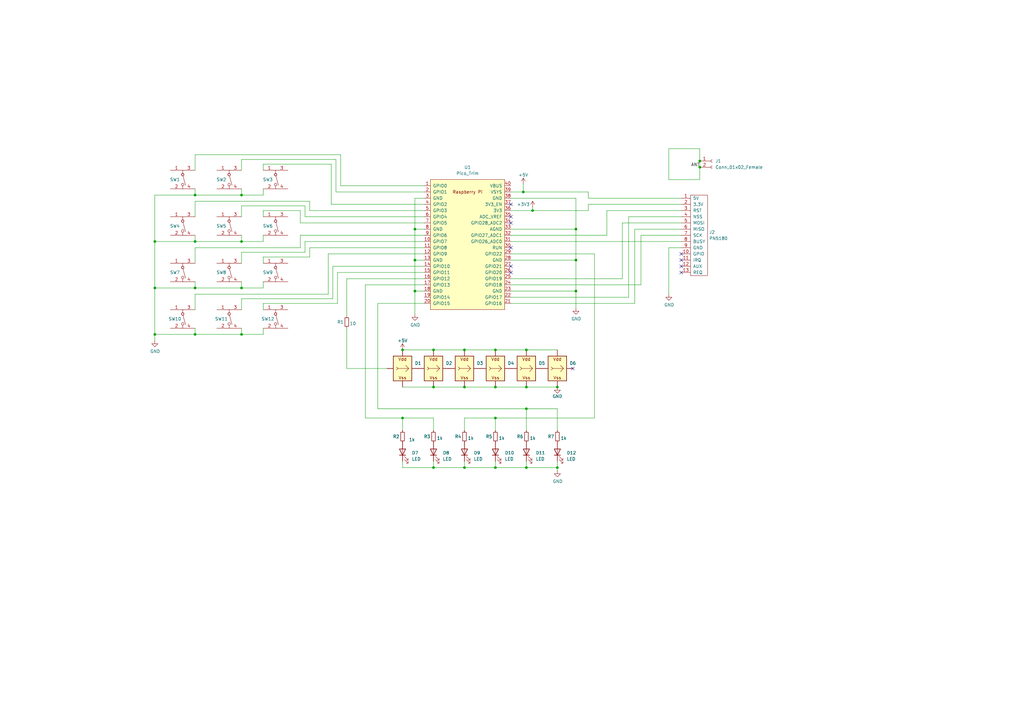
<source format=kicad_sch>
(kicad_sch (version 20230121) (generator eeschema)
  (paper "A3")
  (lib_symbols
    (symbol "Connector:Conn_01x02_Female" (pin_names (offset 1.016) hide)
      (property "Reference" "J" (at 0 2.54 0))
      (property "Value" "Conn_01x02_Female" (at 0 -5.08 0))
      (symbol "Conn_01x02_Female_1_1"
        (arc (start 0 -2.032) (mid -0.5058 -2.54) (end 0 -3.048) (stroke (width 0.1524)))
        (polyline (pts (xy -1.27 -2.54) (xy -0.508 -2.54)) (stroke (width 0.1524)))
        (polyline (pts (xy -1.27 0) (xy -0.508 0)) (stroke (width 0.1524)))
        (arc (start 0 0.508) (mid -0.5058 0) (end 0 -0.508) (stroke (width 0.1524)))
        (pin passive line (at -5.08 0 0) (length 3.81) (name "Pin_1") (number "1"))
        (pin passive line (at -5.08 -2.54 0) (length 3.81) (name "Pin_2") (number "2"))
      )
    )
    (symbol "Device:LED" (pin_numbers hide) (pin_names (offset 1.016) hide)
      (property "Reference" "D" (at 0 2.54 0))
      (property "Value" "LED" (at 0 -2.54 0))
      (symbol "LED_0_1"
        (polyline (pts (xy -1.27 -1.27) (xy -1.27 1.27)) (stroke (width 0.254)))
        (polyline (pts (xy -1.27 0) (xy 1.27 0)))
        (polyline (pts (xy 1.27 -1.27) (xy 1.27 1.27) (xy -1.27 0) (xy 1.27 -1.27)) (stroke (width 0.254)))
        (polyline (pts (xy -3.048 -0.762) (xy -4.572 -2.286) (xy -3.81 -2.286) (xy -4.572 -2.286) (xy -4.572 -1.524)))
        (polyline (pts (xy -1.778 -0.762) (xy -3.302 -2.286) (xy -2.54 -2.286) (xy -3.302 -2.286) (xy -3.302 -1.524)))
      )
      (symbol "LED_1_1"
        (pin passive line (at -3.81 0 0) (length 2.54) (name "K") (number "1"))
        (pin passive line (at 3.81 0 180) (length 2.54) (name "A") (number "2"))
      )
    )
    (symbol "Device:R_Small" (pin_numbers hide) (pin_names (offset 0.254) hide)
      (property "Reference" "R" (at 0.762 0.508 0))
      (property "Value" "R_Small" (at 0.762 -1.016 0))
      (symbol "R_Small_0_1"
        (rectangle (start -0.762 1.778) (end 0.762 -1.778) (stroke (width 0.2032)))
      )
      (symbol "R_Small_1_1"
        (pin passive line (at 0 2.54 270) (length 0.762) (name "~") (number "1"))
        (pin passive line (at 0 -2.54 90) (length 0.762) (name "~") (number "2"))
      )
    )
    (symbol "aic_pico:PN5180" (pin_names (offset 1.016))
      (property "Reference" "J" (at 0 17.78 0))
      (property "Value" "PN5180" (at 0 -18.415 0))
      (symbol "PN5180_1_1"
        (rectangle (start -1.27 16.51) (end 5.715 -16.51))
        (pin power_in line (at -5.08 15.24 0) (length 3.81) (name "5V") (number "1"))
        (pin bidirectional line (at -5.08 -7.62 0) (length 3.81) (name "GPIO") (number "10"))
        (pin output line (at -5.08 -10.16 0) (length 3.81) (name "IRQ") (number "11"))
        (pin bidirectional line (at -5.08 -12.7 0) (length 3.81) (name "AUX") (number "12"))
        (pin bidirectional line (at -5.08 -15.24 0) (length 3.81) (name "REQ") (number "13"))
        (pin power_in line (at -5.08 12.7 0) (length 3.81) (name "3.3V") (number "2"))
        (pin input line (at -5.08 10.16 0) (length 3.81) (name "RST") (number "3"))
        (pin input line (at -5.08 7.62 0) (length 3.81) (name "NSS") (number "4"))
        (pin input line (at -5.08 5.08 0) (length 3.81) (name "MOSI") (number "5"))
        (pin output line (at -5.08 2.54 0) (length 3.81) (name "MISO") (number "6"))
        (pin input line (at -5.08 0 0) (length 3.81) (name "SCK") (number "7"))
        (pin output line (at -5.08 -2.54 0) (length 3.81) (name "BUSY") (number "8"))
        (pin power_in line (at -5.08 -5.08 0) (length 3.81) (name "GND") (number "9"))
      )
    )
    (symbol "aic_pico:Pico_Trim" (pin_names (offset 1.016))
      (property "Reference" "U" (at -13.97 27.94 0))
      (property "Value" "Pico_Trim" (at 0 19.05 0))
      (symbol "Pico_Trim_0_0"
        (text "Raspberry Pi" (at 0 21.59 0) (effects (font (size 1.27 1.27))))
      )
      (symbol "Pico_Trim_0_1"
        (rectangle (start -15.24 26.67) (end 15.24 -26.67) (fill (type background)))
      )
      (symbol "Pico_Trim_1_1"
        (pin bidirectional line (at -17.78 24.13 0) (length 2.54) (name "GPIO0") (number "1"))
        (pin bidirectional line (at -17.78 1.27 0) (length 2.54) (name "GPIO7") (number "10"))
        (pin bidirectional line (at -17.78 -1.27 0) (length 2.54) (name "GPIO8") (number "11"))
        (pin bidirectional line (at -17.78 -3.81 0) (length 2.54) (name "GPIO9") (number "12"))
        (pin power_in line (at -17.78 -6.35 0) (length 2.54) (name "GND") (number "13"))
        (pin bidirectional line (at -17.78 -8.89 0) (length 2.54) (name "GPIO10") (number "14"))
        (pin bidirectional line (at -17.78 -11.43 0) (length 2.54) (name "GPIO11") (number "15"))
        (pin bidirectional line (at -17.78 -13.97 0) (length 2.54) (name "GPIO12") (number "16"))
        (pin bidirectional line (at -17.78 -16.51 0) (length 2.54) (name "GPIO13") (number "17"))
        (pin power_in line (at -17.78 -19.05 0) (length 2.54) (name "GND") (number "18"))
        (pin bidirectional line (at -17.78 -21.59 0) (length 2.54) (name "GPIO14") (number "19"))
        (pin bidirectional line (at -17.78 21.59 0) (length 2.54) (name "GPIO1") (number "2"))
        (pin bidirectional line (at -17.78 -24.13 0) (length 2.54) (name "GPIO15") (number "20"))
        (pin bidirectional line (at 17.78 -24.13 180) (length 2.54) (name "GPIO16") (number "21"))
        (pin bidirectional line (at 17.78 -21.59 180) (length 2.54) (name "GPIO17") (number "22"))
        (pin power_in line (at 17.78 -19.05 180) (length 2.54) (name "GND") (number "23"))
        (pin bidirectional line (at 17.78 -16.51 180) (length 2.54) (name "GPIO18") (number "24"))
        (pin bidirectional line (at 17.78 -13.97 180) (length 2.54) (name "GPIO19") (number "25"))
        (pin bidirectional line (at 17.78 -11.43 180) (length 2.54) (name "GPIO20") (number "26"))
        (pin bidirectional line (at 17.78 -8.89 180) (length 2.54) (name "GPIO21") (number "27"))
        (pin power_in line (at 17.78 -6.35 180) (length 2.54) (name "GND") (number "28"))
        (pin bidirectional line (at 17.78 -3.81 180) (length 2.54) (name "GPIO22") (number "29"))
        (pin power_in line (at -17.78 19.05 0) (length 2.54) (name "GND") (number "3"))
        (pin input line (at 17.78 -1.27 180) (length 2.54) (name "RUN") (number "30"))
        (pin bidirectional line (at 17.78 1.27 180) (length 2.54) (name "GPIO26_ADC0") (number "31"))
        (pin bidirectional line (at 17.78 3.81 180) (length 2.54) (name "GPIO27_ADC1") (number "32"))
        (pin power_in line (at 17.78 6.35 180) (length 2.54) (name "AGND") (number "33"))
        (pin bidirectional line (at 17.78 8.89 180) (length 2.54) (name "GPIO28_ADC2") (number "34"))
        (pin unspecified line (at 17.78 11.43 180) (length 2.54) (name "ADC_VREF") (number "35"))
        (pin unspecified line (at 17.78 13.97 180) (length 2.54) (name "3V3") (number "36"))
        (pin input line (at 17.78 16.51 180) (length 2.54) (name "3V3_EN") (number "37"))
        (pin bidirectional line (at 17.78 19.05 180) (length 2.54) (name "GND") (number "38"))
        (pin unspecified line (at 17.78 21.59 180) (length 2.54) (name "VSYS") (number "39"))
        (pin bidirectional line (at -17.78 16.51 0) (length 2.54) (name "GPIO2") (number "4"))
        (pin unspecified line (at 17.78 24.13 180) (length 2.54) (name "VBUS") (number "40"))
        (pin bidirectional line (at -17.78 13.97 0) (length 2.54) (name "GPIO3") (number "5"))
        (pin bidirectional line (at -17.78 11.43 0) (length 2.54) (name "GPIO4") (number "6"))
        (pin bidirectional line (at -17.78 8.89 0) (length 2.54) (name "GPIO5") (number "7"))
        (pin power_in line (at -17.78 6.35 0) (length 2.54) (name "GND") (number "8"))
        (pin bidirectional line (at -17.78 3.81 0) (length 2.54) (name "GPIO6") (number "9"))
      )
    )
    (symbol "aic_pico:SKRR_4pin" (pin_names (offset 0) hide)
      (property "Reference" "SW?" (at -0.635 -7.62 0))
      (symbol "SKRR_4pin_0_0"
        (circle (center 0 -2.032) (radius 0.508))
        (polyline (pts (xy 0.127 1.524) (xy 1.1684 -2.3622)))
        (circle (center 0 2.032) (radius 0.508))
        (circle (center 0 2.032) (radius 0.508))
      )
      (symbol "SKRR_4pin_0_1"
        (polyline (pts (xy 0 -2.54) (xy 0 -3.81)))
        (polyline (pts (xy 0 3.81) (xy 0 2.54)))
      )
      (symbol "SKRR_4pin_1_1"
        (pin passive line (at -5.08 3.81 0) (length 5.08) (name "~") (number "1"))
        (pin passive line (at -5.08 -3.81 0) (length 5.08) (name "~") (number "2"))
        (pin passive line (at 5.08 3.81 180) (length 5.08) (name "~") (number "3"))
        (pin passive line (at 5.08 -3.81 180) (length 5.08) (name "~") (number "4"))
      )
    )
    (symbol "aic_pico:WS2812B_Unified" (pin_numbers hide) (pin_names (offset 0.254) hide)
      (property "Reference" "D10" (at 2.54 6.35 0))
      (symbol "WS2812B_Unified_0_0"
        (polyline (pts (xy -1.905 0) (xy 2.54 0) (xy 1.27 1.27)))
        (text "Vdd" (at 0 3.81 0) (effects (font (size 1.27 1.27))))
        (text "Vss" (at 0 -3.81 0) (effects (font (size 1.27 1.27))))
      )
      (symbol "WS2812B_Unified_0_1"
        (rectangle (start -3.81 5.08) (end 3.81 -5.08) (stroke (width 0.254)) (fill (type background)))
        (polyline (pts (xy 1.27 -1.27) (xy 2.54 0)))
        (polyline (pts (xy -2.54 0.635) (xy -1.905 0) (xy -2.54 -0.635)))
      )
      (symbol "WS2812B_Unified_1_1"
        (pin power_in line (at 0 -7.62 90) (length 2.54) (name "VSS") (number "G"))
        (pin input line (at -6.35 0 0) (length 2.54) (name "In") (number "I"))
        (pin output line (at 6.35 0 180) (length 2.54) (name "Out") (number "O"))
        (pin power_in line (at 0 7.62 270) (length 2.54) (name "VDD") (number "V"))
      )
    )
    (symbol "power:+3V3" (power) (pin_names (offset 0))
      (property "Value" "+3V3" (at 0 3.556 0))
      (symbol "+3V3_0_1"
        (polyline (pts (xy -0.762 1.27) (xy 0 2.54)))
        (polyline (pts (xy 0 0) (xy 0 2.54)))
        (polyline (pts (xy 0 2.54) (xy 0.762 1.27)))
      )
      (symbol "+3V3_1_1"
        (pin power_in line (at 0 0 90) (length 0) hide (name "+3V3") (number "1"))
      )
    )
    (symbol "power:+5V" (power) (pin_names (offset 0))
      (property "Value" "+5V" (at 0 3.556 0))
      (symbol "+5V_0_1"
        (polyline (pts (xy -0.762 1.27) (xy 0 2.54)))
        (polyline (pts (xy 0 0) (xy 0 2.54)))
        (polyline (pts (xy 0 2.54) (xy 0.762 1.27)))
      )
      (symbol "+5V_1_1"
        (pin power_in line (at 0 0 90) (length 0) hide (name "+5V") (number "1"))
      )
    )
    (symbol "power:GND" (power) (pin_names (offset 0))
      (property "Value" "GND" (at 0 -3.81 0))
      (symbol "GND_0_1"
        (polyline (pts (xy 0 0) (xy 0 -1.27) (xy 1.27 -1.27) (xy 0 -2.54) (xy -1.27 -1.27) (xy 0 -1.27)))
      )
      (symbol "GND_1_1"
        (pin power_in line (at 0 0 270) (length 0) hide (name "GND") (number "1"))
      )
    )
  )
  (junction (at 80.01 118.11))
  (junction (at 63.5 118.11))
  (junction (at 177.8 158.75))
  (junction (at 215.9 143.51))
  (junction (at 190.5 143.51))
  (junction (at 80.01 137.16))
  (junction (at 190.5 158.75))
  (junction (at 177.8 143.51))
  (junction (at 215.9 167.64))
  (junction (at 203.2 158.75))
  (junction (at 165.1 143.51))
  (junction (at 170.18 119.38))
  (junction (at 165.1 171.45))
  (junction (at 214.63 78.74))
  (junction (at 63.5 99.06))
  (junction (at 218.44 86.36))
  (junction (at 228.6 158.75))
  (junction (at 99.06 99.06))
  (junction (at 80.01 80.01))
  (junction (at 99.06 118.11))
  (junction (at 99.06 137.16))
  (junction (at 63.5 137.16))
  (junction (at 203.2 143.51))
  (junction (at 215.9 158.75))
  (junction (at 215.9 191.77))
  (junction (at 190.5 191.77))
  (junction (at 203.2 191.77))
  (junction (at 170.18 106.68))
  (junction (at 287.02 66.04))
  (junction (at 203.2 171.45))
  (junction (at 170.18 93.98))
  (junction (at 99.06 80.01))
  (junction (at 177.8 191.77))
  (junction (at 236.22 106.68))
  (junction (at 236.22 93.98))
  (junction (at 228.6 191.77))
  (junction (at 287.02 68.58))
  (junction (at 236.22 119.38))
  (junction (at 80.01 99.06))
  (no_connect (at 279.4 106.68))
  (no_connect (at 279.4 109.22))
  (no_connect (at 209.55 101.6))
  (no_connect (at 209.55 83.82))
  (no_connect (at 209.55 88.9))
  (no_connect (at 209.55 91.44))
  (no_connect (at 234.95 151.13))
  (no_connect (at 209.55 111.76))
  (no_connect (at 209.55 109.22))
  (no_connect (at 279.4 104.14))
  (no_connect (at 279.4 111.76))
  (wire (pts (xy 138.43 111.76) (xy 138.43 124.46)))
  (wire (pts (xy 99.06 122.555) (xy 99.06 127)))
  (wire (pts (xy 241.3 83.82) (xy 279.4 83.82)))
  (wire (pts (xy 262.89 96.52) (xy 279.4 96.52)))
  (wire (pts (xy 134.62 120.65) (xy 80.01 120.65)))
  (wire (pts (xy 209.55 86.36) (xy 218.44 86.36)))
  (wire (pts (xy 209.55 114.3) (xy 255.27 114.3)))
  (wire (pts (xy 228.6 189.23) (xy 228.6 191.77)))
  (wire (pts (xy 63.5 80.01) (xy 80.01 80.01)))
  (wire (pts (xy 170.18 81.28) (xy 170.18 93.98)))
  (wire (pts (xy 165.1 191.77) (xy 177.8 191.77)))
  (wire (pts (xy 209.55 119.38) (xy 236.22 119.38)))
  (wire (pts (xy 125.095 103.505) (xy 99.06 103.505)))
  (wire (pts (xy 243.84 171.45) (xy 243.84 104.14)))
  (wire (pts (xy 203.2 171.45) (xy 203.2 176.53)))
  (wire (pts (xy 190.5 189.23) (xy 190.5 191.77)))
  (wire (pts (xy 165.1 158.75) (xy 177.8 158.75)))
  (wire (pts (xy 243.84 104.14) (xy 209.55 104.14)))
  (wire (pts (xy 107.95 134.62) (xy 107.95 137.16)))
  (wire (pts (xy 236.22 81.28) (xy 236.22 93.98)))
  (wire (pts (xy 99.06 118.11) (xy 80.01 118.11)))
  (wire (pts (xy 80.01 77.47) (xy 80.01 80.01)))
  (wire (pts (xy 173.99 101.6) (xy 127 101.6)))
  (wire (pts (xy 209.55 121.92) (xy 257.81 121.92)))
  (wire (pts (xy 190.5 171.45) (xy 203.2 171.45)))
  (wire (pts (xy 274.32 73.66) (xy 287.02 73.66)))
  (wire (pts (xy 173.99 109.22) (xy 136.525 109.22)))
  (wire (pts (xy 80.01 82.55) (xy 80.01 88.9)))
  (wire (pts (xy 274.32 101.6) (xy 274.32 120.65)))
  (wire (pts (xy 215.9 167.64) (xy 215.9 176.53)))
  (wire (pts (xy 107.95 107.95) (xy 107.95 105.41)))
  (wire (pts (xy 203.2 191.77) (xy 215.9 191.77)))
  (wire (pts (xy 190.5 171.45) (xy 190.5 176.53)))
  (wire (pts (xy 218.44 86.36) (xy 241.3 86.36)))
  (wire (pts (xy 215.9 158.75) (xy 228.6 158.75)))
  (wire (pts (xy 257.81 121.92) (xy 257.81 88.9)))
  (wire (pts (xy 173.99 116.84) (xy 149.86 116.84)))
  (wire (pts (xy 137.795 65.405) (xy 99.06 65.405)))
  (wire (pts (xy 173.99 83.82) (xy 135.89 83.82)))
  (wire (pts (xy 170.18 93.98) (xy 170.18 106.68)))
  (wire (pts (xy 236.22 119.38) (xy 236.22 126.365)))
  (wire (pts (xy 123.19 96.52) (xy 123.19 101.6)))
  (wire (pts (xy 257.81 88.9) (xy 279.4 88.9)))
  (wire (pts (xy 80.01 101.6) (xy 80.01 107.95)))
  (wire (pts (xy 135.89 83.82) (xy 135.89 67.31)))
  (wire (pts (xy 149.86 116.84) (xy 149.86 171.45)))
  (wire (pts (xy 190.5 158.75) (xy 203.2 158.75)))
  (wire (pts (xy 125.095 84.455) (xy 99.06 84.455)))
  (wire (pts (xy 107.95 77.47) (xy 107.95 80.01)))
  (wire (pts (xy 173.99 86.36) (xy 127 86.36)))
  (wire (pts (xy 107.95 96.52) (xy 107.95 99.06)))
  (wire (pts (xy 107.95 137.16) (xy 99.06 137.16)))
  (wire (pts (xy 241.3 81.28) (xy 279.4 81.28)))
  (wire (pts (xy 80.01 118.11) (xy 63.5 118.11)))
  (wire (pts (xy 63.5 118.11) (xy 63.5 137.16)))
  (wire (pts (xy 125.095 88.9) (xy 125.095 84.455)))
  (wire (pts (xy 123.19 91.44) (xy 123.19 86.36)))
  (wire (pts (xy 203.2 158.75) (xy 215.9 158.75)))
  (wire (pts (xy 99.06 65.405) (xy 99.06 69.85)))
  (wire (pts (xy 173.99 91.44) (xy 123.19 91.44)))
  (wire (pts (xy 173.99 104.14) (xy 134.62 104.14)))
  (wire (pts (xy 99.06 103.505) (xy 99.06 107.95)))
  (wire (pts (xy 63.5 99.06) (xy 63.5 118.11)))
  (wire (pts (xy 215.9 143.51) (xy 228.6 143.51)))
  (wire (pts (xy 165.1 143.51) (xy 177.8 143.51)))
  (wire (pts (xy 136.525 109.22) (xy 136.525 122.555)))
  (wire (pts (xy 99.06 84.455) (xy 99.06 88.9)))
  (wire (pts (xy 173.99 96.52) (xy 123.19 96.52)))
  (wire (pts (xy 125.095 99.06) (xy 125.095 103.505)))
  (wire (pts (xy 142.24 114.3) (xy 142.24 129.54)))
  (wire (pts (xy 99.06 96.52) (xy 99.06 99.06)))
  (wire (pts (xy 107.95 105.41) (xy 127 105.41)))
  (wire (pts (xy 173.99 76.2) (xy 139.7 76.2)))
  (wire (pts (xy 165.1 171.45) (xy 165.1 176.53)))
  (wire (pts (xy 177.8 171.45) (xy 177.8 176.53)))
  (wire (pts (xy 173.99 78.74) (xy 137.795 78.74)))
  (wire (pts (xy 107.95 86.36) (xy 123.19 86.36)))
  (wire (pts (xy 173.99 88.9) (xy 125.095 88.9)))
  (wire (pts (xy 287.02 66.04) (xy 287.02 68.58)))
  (wire (pts (xy 218.44 85.09) (xy 218.44 86.36)))
  (wire (pts (xy 190.5 191.77) (xy 203.2 191.77)))
  (wire (pts (xy 80.01 120.65) (xy 80.01 127)))
  (wire (pts (xy 80.01 99.06) (xy 63.5 99.06)))
  (wire (pts (xy 80.01 134.62) (xy 80.01 137.16)))
  (wire (pts (xy 177.8 191.77) (xy 190.5 191.77)))
  (wire (pts (xy 177.8 158.75) (xy 190.5 158.75)))
  (wire (pts (xy 287.02 73.66) (xy 287.02 68.58)))
  (wire (pts (xy 107.95 124.46) (xy 138.43 124.46)))
  (wire (pts (xy 203.2 189.23) (xy 203.2 191.77)))
  (wire (pts (xy 279.4 101.6) (xy 274.32 101.6)))
  (wire (pts (xy 177.8 143.51) (xy 190.5 143.51)))
  (wire (pts (xy 241.3 78.74) (xy 241.3 81.28)))
  (wire (pts (xy 99.06 80.01) (xy 107.95 80.01)))
  (wire (pts (xy 165.1 171.45) (xy 177.8 171.45)))
  (wire (pts (xy 214.63 78.74) (xy 209.55 78.74)))
  (wire (pts (xy 127 82.55) (xy 80.01 82.55)))
  (wire (pts (xy 107.95 88.9) (xy 107.95 86.36)))
  (wire (pts (xy 203.2 171.45) (xy 243.84 171.45)))
  (wire (pts (xy 170.18 106.68) (xy 170.18 119.38)))
  (wire (pts (xy 107.95 69.85) (xy 107.95 67.31)))
  (wire (pts (xy 99.06 134.62) (xy 99.06 137.16)))
  (wire (pts (xy 241.3 86.36) (xy 241.3 83.82)))
  (wire (pts (xy 173.99 99.06) (xy 125.095 99.06)))
  (wire (pts (xy 99.06 137.16) (xy 80.01 137.16)))
  (wire (pts (xy 255.27 114.3) (xy 255.27 91.44)))
  (wire (pts (xy 165.1 189.23) (xy 165.1 191.77)))
  (wire (pts (xy 80.01 115.57) (xy 80.01 118.11)))
  (wire (pts (xy 287.02 66.04) (xy 287.02 60.96)))
  (wire (pts (xy 142.24 134.62) (xy 142.24 151.13)))
  (wire (pts (xy 136.525 122.555) (xy 99.06 122.555)))
  (wire (pts (xy 173.99 114.3) (xy 142.24 114.3)))
  (wire (pts (xy 107.95 67.31) (xy 135.89 67.31)))
  (wire (pts (xy 173.99 81.28) (xy 170.18 81.28)))
  (wire (pts (xy 170.18 119.38) (xy 173.99 119.38)))
  (wire (pts (xy 236.22 106.68) (xy 236.22 119.38)))
  (wire (pts (xy 127 86.36) (xy 127 82.55)))
  (wire (pts (xy 127 101.6) (xy 127 105.41)))
  (wire (pts (xy 177.8 189.23) (xy 177.8 191.77)))
  (wire (pts (xy 173.99 111.76) (xy 138.43 111.76)))
  (wire (pts (xy 154.94 124.46) (xy 154.94 167.64)))
  (wire (pts (xy 255.27 91.44) (xy 279.4 91.44)))
  (wire (pts (xy 260.35 93.98) (xy 279.4 93.98)))
  (wire (pts (xy 209.55 81.28) (xy 236.22 81.28)))
  (wire (pts (xy 149.86 171.45) (xy 165.1 171.45)))
  (wire (pts (xy 190.5 143.51) (xy 203.2 143.51)))
  (wire (pts (xy 99.06 115.57) (xy 99.06 118.11)))
  (wire (pts (xy 209.55 106.68) (xy 236.22 106.68)))
  (wire (pts (xy 209.55 124.46) (xy 260.35 124.46)))
  (wire (pts (xy 260.35 124.46) (xy 260.35 93.98)))
  (wire (pts (xy 236.22 93.98) (xy 236.22 106.68)))
  (wire (pts (xy 248.92 86.36) (xy 279.4 86.36)))
  (wire (pts (xy 215.9 167.64) (xy 228.6 167.64)))
  (wire (pts (xy 214.63 78.74) (xy 241.3 78.74)))
  (wire (pts (xy 262.89 116.84) (xy 262.89 96.52)))
  (wire (pts (xy 209.55 93.98) (xy 236.22 93.98)))
  (wire (pts (xy 139.7 76.2) (xy 139.7 63.5)))
  (wire (pts (xy 154.94 167.64) (xy 215.9 167.64)))
  (wire (pts (xy 228.6 191.77) (xy 228.6 193.04)))
  (wire (pts (xy 142.24 151.13) (xy 158.75 151.13)))
  (wire (pts (xy 63.5 80.01) (xy 63.5 99.06)))
  (wire (pts (xy 209.55 116.84) (xy 262.89 116.84)))
  (wire (pts (xy 80.01 63.5) (xy 80.01 69.85)))
  (wire (pts (xy 209.55 99.06) (xy 279.4 99.06)))
  (wire (pts (xy 248.92 96.52) (xy 209.55 96.52)))
  (wire (pts (xy 134.62 104.14) (xy 134.62 120.65)))
  (wire (pts (xy 173.99 124.46) (xy 154.94 124.46)))
  (wire (pts (xy 80.01 96.52) (xy 80.01 99.06)))
  (wire (pts (xy 107.95 127) (xy 107.95 124.46)))
  (wire (pts (xy 203.2 143.51) (xy 215.9 143.51)))
  (wire (pts (xy 170.18 93.98) (xy 173.99 93.98)))
  (wire (pts (xy 107.95 118.11) (xy 99.06 118.11)))
  (wire (pts (xy 248.92 86.36) (xy 248.92 96.52)))
  (wire (pts (xy 80.01 80.01) (xy 99.06 80.01)))
  (wire (pts (xy 228.6 167.64) (xy 228.6 176.53)))
  (wire (pts (xy 63.5 137.16) (xy 63.5 139.7)))
  (wire (pts (xy 215.9 189.23) (xy 215.9 191.77)))
  (wire (pts (xy 80.01 137.16) (xy 63.5 137.16)))
  (wire (pts (xy 214.63 75.565) (xy 214.63 78.74)))
  (wire (pts (xy 215.9 191.77) (xy 228.6 191.77)))
  (wire (pts (xy 99.06 99.06) (xy 80.01 99.06)))
  (wire (pts (xy 107.95 99.06) (xy 99.06 99.06)))
  (wire (pts (xy 170.18 119.38) (xy 170.18 128.905)))
  (wire (pts (xy 170.18 106.68) (xy 173.99 106.68)))
  (wire (pts (xy 287.02 60.96) (xy 274.32 60.96)))
  (wire (pts (xy 139.7 63.5) (xy 80.01 63.5)))
  (wire (pts (xy 123.19 101.6) (xy 80.01 101.6)))
  (wire (pts (xy 107.95 115.57) (xy 107.95 118.11)))
  (wire (pts (xy 99.06 77.47) (xy 99.06 80.01)))
  (wire (pts (xy 274.32 60.96) (xy 274.32 73.66)))
  (wire (pts (xy 137.795 78.74) (xy 137.795 65.405)))
  (label "ANT" (at 287.02 68.58 180))
  (symbol (lib_id "power:+5V") (at 214.63 75.565 0) (unit 1)
    (property "Reference" "#PWR0114" (effects hide))
    (property "Value" "+5V" (at 214.63 71.755 0))
  )
  (symbol (lib_id "Device:LED") (at 215.9 185.42 90) (unit 1)
    (property "Reference" "D11" (at 219.71 185.7375 90) (effects (justify right)))
    (property "Value" "LED" (at 219.71 188.2775 90) (effects (justify right)))
    (property "Footprint" "LED_SMD:LED_0603_1608Metric_Pad1.05x0.95mm_HandSolder" (effects hide))
  )
  (symbol (lib_id "aic_pico:SKRR_4pin") (at 93.98 130.81 0) (unit 1)
    (property "Reference" "SW11" (at 90.805 130.81 0))
    (property "Value" "SKRR_4pin" (effects hide))
    (property "Footprint" "aic_pico:SKRR" (effects hide))
  )
  (symbol (lib_id "aic_pico:WS2812B_Unified") (at 165.1 151.13 0) (unit 1)
    (property "Reference" "D1" (at 171.45 148.971 0))
    (property "Value" "WS2812B_Unified" (effects hide))
    (property "Footprint" "aic_pico:WS2812B-1204" (effects hide))
  )
  (symbol (lib_id "Device:R_Small") (at 190.5 179.07 180) (unit 1)
    (property "Reference" "R4" (at 189.23 179.07 0) (effects (justify left)))
    (property "Value" "1k" (at 194.31 179.705 0) (effects (justify left)))
    (property "Footprint" "Resistor_SMD:R_0603_1608Metric" (effects hide))
    (property "LCSC" "C23186" (effects hide))
  )
  (symbol (lib_id "Device:LED") (at 228.6 185.42 90) (unit 1)
    (property "Reference" "D12" (at 232.41 185.7375 90) (effects (justify right)))
    (property "Value" "LED" (at 232.41 188.2775 90) (effects (justify right)))
    (property "Footprint" "LED_SMD:LED_0603_1608Metric_Pad1.05x0.95mm_HandSolder" (effects hide))
  )
  (symbol (lib_id "Device:R_Small") (at 228.6 179.07 180) (unit 1)
    (property "Reference" "R7" (at 227.33 179.07 0) (effects (justify left)))
    (property "Value" "1k" (at 232.41 179.705 0) (effects (justify left)))
    (property "Footprint" "Resistor_SMD:R_0603_1608Metric" (effects hide))
    (property "LCSC" "C23186" (effects hide))
  )
  (symbol (lib_id "Device:R_Small") (at 142.24 132.08 180) (unit 1)
    (property "Reference" "R1" (at 140.97 132.08 0) (effects (justify left)))
    (property "Value" "10" (at 146.05 132.715 0) (effects (justify left)))
    (property "Footprint" "Resistor_SMD:R_0603_1608Metric" (effects hide))
    (property "LCSC" "C23186" (effects hide))
  )
  (symbol (lib_id "power:GND") (at 170.18 128.905 0) (unit 1)
    (property "Reference" "#PWR0125" (effects hide))
    (property "Value" "GND" (at 170.307 133.2992 0))
  )
  (symbol (lib_id "power:GND") (at 236.22 126.365 0) (unit 1)
    (property "Reference" "#PWR0103" (effects hide))
    (property "Value" "GND" (at 236.347 130.7592 0))
  )
  (symbol (lib_id "aic_pico:SKRR_4pin") (at 93.98 73.66 0) (unit 1)
    (property "Reference" "SW2" (at 90.805 73.66 0))
    (property "Value" "SKRR_4pin" (effects hide))
    (property "Footprint" "aic_pico:SKRR" (effects hide))
  )
  (symbol (lib_id "aic_pico:SKRR_4pin") (at 74.93 73.66 0) (unit 1)
    (property "Reference" "SW1" (at 71.755 73.66 0))
    (property "Value" "SKRR_4pin" (effects hide))
    (property "Footprint" "aic_pico:SKRR" (effects hide))
  )
  (symbol (lib_id "aic_pico:SKRR_4pin") (at 93.98 92.71 0) (unit 1)
    (property "Reference" "SW5" (at 90.805 92.71 0))
    (property "Value" "SKRR_4pin" (effects hide))
    (property "Footprint" "aic_pico:SKRR" (effects hide))
  )
  (symbol (lib_id "aic_pico:WS2812B_Unified") (at 190.5 151.13 0) (unit 1)
    (property "Reference" "D3" (at 196.85 148.971 0))
    (property "Value" "WS2812B_Unified" (effects hide))
    (property "Footprint" "aic_pico:WS2812B-1204" (effects hide))
  )
  (symbol (lib_id "aic_pico:SKRR_4pin") (at 74.93 92.71 0) (unit 1)
    (property "Reference" "SW4" (at 71.755 92.71 0))
    (property "Value" "SKRR_4pin" (effects hide))
    (property "Footprint" "aic_pico:SKRR" (effects hide))
  )
  (symbol (lib_id "power:+5V") (at 165.1 143.51 0) (mirror y) (unit 1)
    (property "Reference" "#PWR01" (effects hide))
    (property "Value" "+5V" (at 165.1 139.7 0))
  )
  (symbol (lib_id "Device:LED") (at 190.5 185.42 90) (unit 1)
    (property "Reference" "D9" (at 194.31 185.7375 90) (effects (justify right)))
    (property "Value" "LED" (at 194.31 188.2775 90) (effects (justify right)))
    (property "Footprint" "LED_SMD:LED_0603_1608Metric_Pad1.05x0.95mm_HandSolder" (effects hide))
  )
  (symbol (lib_id "aic_pico:SKRR_4pin") (at 74.93 111.76 0) (unit 1)
    (property "Reference" "SW7" (at 71.755 111.76 0))
    (property "Value" "SKRR_4pin" (effects hide))
    (property "Footprint" "aic_pico:SKRR" (effects hide))
  )
  (symbol (lib_id "aic_pico:PN5180") (at 284.48 96.52 0) (unit 1)
    (property "Reference" "J2" (at 290.83 95.25 0) (effects (justify left)))
    (property "Value" "PN5180" (at 290.83 97.79 0) (effects (justify left)))
    (property "Footprint" "aic_pico:pn5180_conn" (effects hide))
  )
  (symbol (lib_id "aic_pico:WS2812B_Unified") (at 203.2 151.13 0) (unit 1)
    (property "Reference" "D4" (at 209.55 148.971 0))
    (property "Value" "WS2812B_Unified" (effects hide))
    (property "Footprint" "aic_pico:WS2812B-1204" (effects hide))
  )
  (symbol (lib_id "aic_pico:SKRR_4pin") (at 93.98 111.76 0) (unit 1)
    (property "Reference" "SW8" (at 90.805 111.76 0))
    (property "Value" "SKRR_4pin" (effects hide))
    (property "Footprint" "aic_pico:SKRR" (effects hide))
  )
  (symbol (lib_id "aic_pico:SKRR_4pin") (at 113.03 73.66 0) (unit 1)
    (property "Reference" "SW3" (at 109.855 73.66 0))
    (property "Value" "SKRR_4pin" (effects hide))
    (property "Footprint" "aic_pico:SKRR" (effects hide))
  )
  (symbol (lib_id "Device:LED") (at 203.2 185.42 90) (unit 1)
    (property "Reference" "D10" (at 207.01 185.7375 90) (effects (justify right)))
    (property "Value" "LED" (at 207.01 188.2775 90) (effects (justify right)))
    (property "Footprint" "LED_SMD:LED_0603_1608Metric_Pad1.05x0.95mm_HandSolder" (effects hide))
  )
  (symbol (lib_id "aic_pico:Pico_Trim") (at 191.77 100.33 0) (unit 1)
    (property "Reference" "U1" (at 191.77 68.58 0))
    (property "Value" "Pico_Trim" (at 191.77 71.12 0))
    (property "Footprint" "aic_pico:RPi_Pico_SMD_No_USB" (effects hide))
  )
  (symbol (lib_id "Device:R_Small") (at 165.1 179.07 180) (unit 1)
    (property "Reference" "R2" (at 163.83 179.07 0) (effects (justify left)))
    (property "Value" "1k" (at 170.18 180.34 0) (effects (justify left)))
    (property "Footprint" "Resistor_SMD:R_0603_1608Metric" (effects hide))
    (property "LCSC" "C23186" (effects hide))
  )
  (symbol (lib_id "power:GND") (at 274.32 120.65 0) (unit 1)
    (property "Reference" "#PWR04" (effects hide))
    (property "Value" "GND" (at 274.447 125.0442 0))
  )
  (symbol (lib_id "aic_pico:WS2812B_Unified") (at 228.6 151.13 0) (unit 1)
    (property "Reference" "D6" (at 234.95 148.971 0))
    (property "Value" "WS2812B_Unified" (effects hide))
    (property "Footprint" "aic_pico:WS2812B-1204" (effects hide))
  )
  (symbol (lib_id "Device:R_Small") (at 215.9 179.07 180) (unit 1)
    (property "Reference" "R6" (at 214.63 179.07 0) (effects (justify left)))
    (property "Value" "1k" (at 219.71 179.705 0) (effects (justify left)))
    (property "Footprint" "Resistor_SMD:R_0603_1608Metric" (effects hide))
    (property "LCSC" "C23186" (effects hide))
  )
  (symbol (lib_id "Connector:Conn_01x02_Female") (at 292.1 66.04 0) (unit 1)
    (property "Reference" "J1" (at 293.37 66.0399 0) (effects (justify left)))
    (property "Value" "Conn_01x02_Female" (at 293.37 68.5799 0) (effects (justify left)))
    (property "Footprint" "aic_pico:ANT_2P" (effects hide))
  )
  (symbol (lib_id "aic_pico:SKRR_4pin") (at 113.03 111.76 0) (unit 1)
    (property "Reference" "SW9" (at 109.855 111.76 0))
    (property "Value" "SKRR_4pin" (effects hide))
    (property "Footprint" "aic_pico:SKRR" (effects hide))
  )
  (symbol (lib_id "power:GND") (at 63.5 139.7 0) (unit 1)
    (property "Reference" "#PWR0118" (effects hide))
    (property "Value" "GND" (at 63.627 144.0942 0))
  )
  (symbol (lib_id "Device:R_Small") (at 203.2 179.07 180) (unit 1)
    (property "Reference" "R5" (at 201.93 179.07 0) (effects (justify left)))
    (property "Value" "1k" (at 207.01 179.705 0) (effects (justify left)))
    (property "Footprint" "Resistor_SMD:R_0603_1608Metric" (effects hide))
    (property "LCSC" "C23186" (effects hide))
  )
  (symbol (lib_id "power:GND") (at 228.6 158.75 0) (unit 1)
    (property "Reference" "#PWR02" (effects hide))
    (property "Value" "GND" (at 228.6 162.56 0))
  )
  (symbol (lib_id "aic_pico:SKRR_4pin") (at 113.03 130.81 0) (unit 1)
    (property "Reference" "SW12" (at 109.855 130.81 0))
    (property "Value" "SKRR_4pin" (effects hide))
    (property "Footprint" "aic_pico:SKRR" (effects hide))
  )
  (symbol (lib_id "aic_pico:SKRR_4pin") (at 113.03 92.71 0) (unit 1)
    (property "Reference" "SW6" (at 109.855 92.71 0))
    (property "Value" "SKRR_4pin" (effects hide))
    (property "Footprint" "aic_pico:SKRR" (effects hide))
  )
  (symbol (lib_id "power:GND") (at 228.6 193.04 0) (unit 1)
    (property "Reference" "#PWR03" (effects hide))
    (property "Value" "GND" (at 228.727 197.4342 0))
  )
  (symbol (lib_id "aic_pico:WS2812B_Unified") (at 215.9 151.13 0) (unit 1)
    (property "Reference" "D5" (at 222.25 148.971 0))
    (property "Value" "WS2812B_Unified" (effects hide))
    (property "Footprint" "aic_pico:WS2812B-1204" (effects hide))
  )
  (symbol (lib_id "Device:LED") (at 177.8 185.42 90) (unit 1)
    (property "Reference" "D8" (at 181.61 185.7375 90) (effects (justify right)))
    (property "Value" "LED" (at 181.61 188.2775 90) (effects (justify right)))
    (property "Footprint" "LED_SMD:LED_0603_1608Metric_Pad1.05x0.95mm_HandSolder" (effects hide))
  )
  (symbol (lib_id "power:+3V3") (at 218.44 85.09 0) (unit 1)
    (property "Reference" "#PWR0111" (effects hide))
    (property "Value" "+3V3" (at 214.63 83.82 0))
  )
  (symbol (lib_id "aic_pico:WS2812B_Unified") (at 177.8 151.13 0) (unit 1)
    (property "Reference" "D2" (at 184.15 148.971 0))
    (property "Value" "WS2812B_Unified" (effects hide))
    (property "Footprint" "aic_pico:WS2812B-1204" (effects hide))
  )
  (symbol (lib_id "Device:R_Small") (at 177.8 179.07 180) (unit 1)
    (property "Reference" "R3" (at 176.53 179.07 0) (effects (justify left)))
    (property "Value" "1k" (at 181.61 179.705 0) (effects (justify left)))
    (property "Footprint" "Resistor_SMD:R_0603_1608Metric" (effects hide))
    (property "LCSC" "C23186" (effects hide))
  )
  (symbol (lib_id "Device:LED") (at 165.1 185.42 90) (unit 1)
    (property "Reference" "D7" (at 168.91 185.7375 90) (effects (justify right)))
    (property "Value" "LED" (at 168.91 188.2775 90) (effects (justify right)))
    (property "Footprint" "LED_SMD:LED_0603_1608Metric_Pad1.05x0.95mm_HandSolder" (effects hide))
  )
  (symbol (lib_id "aic_pico:SKRR_4pin") (at 74.93 130.81 0) (unit 1)
    (property "Reference" "SW10" (at 71.755 130.81 0))
    (property "Value" "SKRR_4pin" (effects hide))
    (property "Footprint" "aic_pico:SKRR" (effects hide))
  )
)
</source>
